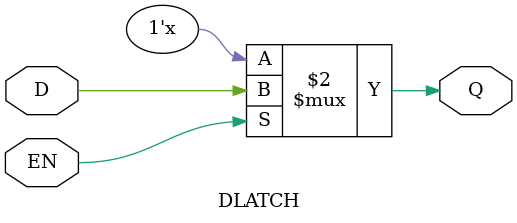
<source format=v>


`timescale 1ns / 100ps

module DLATCH (

   input  wire D, EN,
   output reg Q

   ) ;


   // behavioural description
   always @(D,EN) begin          // **NOTE: can be replaced by 'always_latch' in SystemVerilog

      if (EN) begin       // same as if (EN == 1'b1 )
         Q <= D ;
      end
      //else begin        // **IMPORTANT: in this case the 'else' clause is optional, if you don't specify the 'else' condition the tool automatically infers MEMORY for you !
      //   Q <= Q ;
      //end

   end  // always

endmodule


</source>
